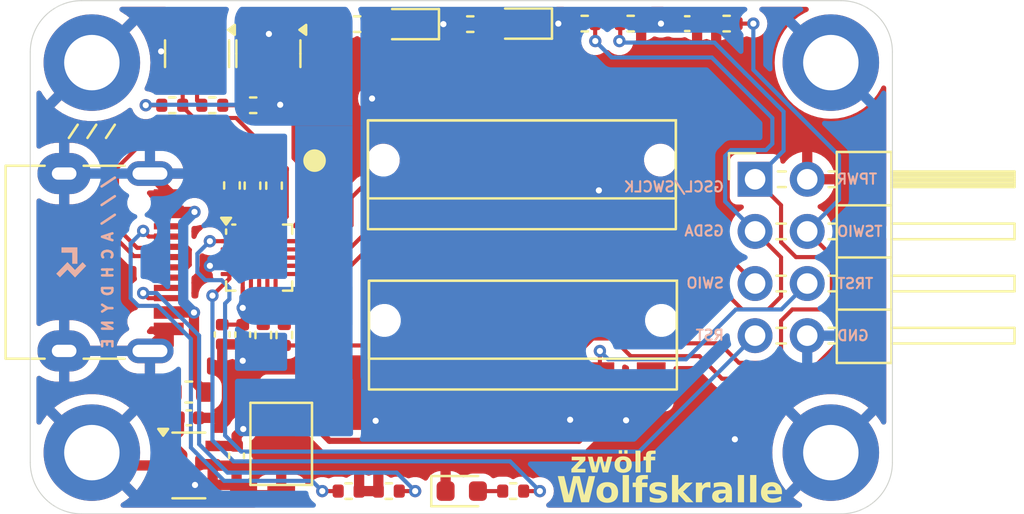
<source format=kicad_pcb>
(kicad_pcb (version 20240108) (generator "pcbnew") (generator_version "8.0")
  (layers (0 "F.Cu" signal) (31 "B.Cu" signal) (34 "B.Paste" user) (35 "F.Paste" user) (36 "B.SilkS" user "B.Silkscreen") (37 "F.SilkS" user "F.Silkscreen") (38 "B.Mask" user) (39 "F.Mask" user) (44 "Edge.Cuts" user))
  (net 0 "")
  (net 1 "/PWR3V3")
  (net 2 "GND")
  (net 3 "/PWR5V0")
  (net 4 "/USB_CONN_DP")
  (net 5 "/USB_CONN_DN")
  (net 6 "/USB_DN")
  (net 7 "/USB_DP")
  (net 8 "/USB_DN_PU")
  (net 9 "/RESET")
  (net 10 "/ZP4")
  (net 12 "/LED")
  (net 14 "Net-(D1-A)")
  (net 17 "/USB_CONN_CC2")
  (net 18 "/USB_CONN_CC1")
  (net 19 "/SWIO")
  (net 20 "/ZP3")
  (net 21 "/ZP1")
  (net 22 "/ZP2")
  (net 23 "/ZP12")
  (net 24 "/ZP9")
  (net 25 "/ZP8")
  (net 26 "/ZP7")
  (net 27 "/TPWRON")
  (net 28 "Net-(Q1-D)")
  (net 29 "Net-(Q2-G)")
  (net 30 "/TPWR")
  (net 31 "/TSWO")
  (net 32 "/TSWIO")
  (net 33 "/TSWI")
  (net 34 "/TRESET")
  (net 38 "Net-(D2-A)")
  (net 39 "Net-(D3-A)")
  (net 40 "/VBUS")
  (footprint "Fuse:Fuse_0603_1608Metric" (layer "F.Cu") (at 107.725 119.05 180)
    (property "Reference" "F1" (hide yes))
    (property "Value" "Fuse_Small_1A_TRIP" (hide yes))
  )
  (footprint "LD-CONNECTORS:SPRING-MALE-6P-TIGHTHOLES" (layer "F.Cu") (at 123.95 108.565 -90)
    (property "Reference" "J1" (hide yes))
    (property "Value" "Conn_01x06_Socket" (hide yes))
  )
  (footprint "Resistor_SMD:R_0402_1005Metric" (layer "F.Cu") (at 115.51 123.875 180)
    (property "Reference" "R4" (hide yes))
    (property "Value" "5K1" (hide yes))
  )
  (footprint "Resistor_SMD:R_0402_1005Metric" (layer "F.Cu") (at 106.915 105.078052 180)
    (property "Reference" "R9" (hide yes))
    (property "Value" "10K" (hide yes))
  )
  (footprint "Resistor_SMD:R_0402_1005Metric" (layer "F.Cu") (at 115.925 101.125 180)
    (property "Reference" "R13" (hide yes))
    (property "Value" "1K5" (hide yes))
  )
  (footprint "LD-CONNECTORS:USB_C_Receptacle_HRO_TYPE-C-31-M-12-BIG-PADS-PASTE" (layer "F.Cu") (at 102.7 112.725 -90)
    (property "Reference" "J3" (hide yes))
    (property "Value" "USB_C_Receptacle_USB2.0_14P" (hide yes))
  )
  (footprint "Package_TO_SOT_SMD:SOT-23" (layer "F.Cu") (at 108.125 102.565552 -90)
    (property "Reference" "Q1" (hide yes))
    (property "Value" "BSS138" (hide yes))
  )
  (footprint "LED_SMD:LED_0603_1608Metric" (layer "F.Cu") (at 118.425 101.125 180)
    (property "Reference" "D2" (hide yes))
    (property "Value" "LEDG" (hide yes))
  )
  (footprint "Resistor_SMD:R_0402_1005Metric" (layer "F.Cu") (at 109.825 108.985 -90)
    (property "Reference" "R5" (hide yes))
    (property "Value" "1K5" (hide yes))
  )
  (footprint "MountingHole:MountingHole_2.7mm_M2.5_DIN965_Pad" (layer "F.Cu") (at 139 122)
    (property "Reference" "H4" (hide yes))
    (property "Value" "MountingHole_Pad" (hide yes))
  )
  (footprint "Resistor_SMD:R_0402_1005Metric" (layer "F.Cu") (at 111.875 108.995 -90)
    (property "Reference" "R3" (hide yes))
    (property "Value" "33R" (hide yes))
  )
  (footprint "Capacitor_SMD:C_0402_1005Metric" (layer "F.Cu") (at 110.05 122.155 -90)
    (property "Reference" "C5" (hide yes))
    (property "Value" "1uF" (hide yes))
  )
  (footprint "Capacitor_SMD:C_0402_1005Metric" (layer "F.Cu") (at 132.005 101.1 180)
    (property "Reference" "C3" (hide yes))
    (property "Value" "10uF" (hide yes))
  )
  (footprint "MountingHole:MountingHole_2.7mm_M2.5_DIN965_Pad" (layer "F.Cu") (at 103 103)
    (property "Reference" "H1" (hide yes))
    (property "Value" "MountingHole_Pad" (hide yes))
  )
  (footprint "LD-SWITCH:Button_2P_3x4mm" (layer "F.Cu") (at 112.225 121.575 -90)
    (property "Reference" "SW1" (hide yes))
    (property "Value" "SW_Push" (hide yes))
  )
  (footprint "Capacitor_SMD:C_0402_1005Metric" (layer "F.Cu") (at 107.725 120.305)
    (property "Reference" "C4" (hide yes))
    (property "Value" "1uF" (hide yes))
  )
  (footprint "Resistor_SMD:R_0402_1005Metric" (layer "F.Cu") (at 127.01 101.1 180)
    (property "Reference" "R16" (hide yes))
    (property "Value" "10K" (hide yes))
  )
  (footprint "Resistor_SMD:R_0402_1005Metric" (layer "F.Cu") (at 123.525 123.875)
    (property "Reference" "R14" (hide yes))
    (property "Value" "1K5" (hide yes))
  )
  (footprint "Resistor_SMD:R_0402_1005Metric" (layer "F.Cu") (at 112.375 116.27 90)
    (property "Reference" "R8" (hide yes))
    (property "Value" "100R" (hide yes))
  )
  (footprint "Capacitor_SMD:C_0402_1005Metric" (layer "F.Cu") (at 110.35 116.25 -90)
    (property "Reference" "C1" (hide yes))
    (property "Value" "100nF" (hide yes))
  )
  (footprint "Resistor_SMD:R_0402_1005Metric" (layer "F.Cu") (at 110.825 108.995 -90)
    (property "Reference" "R2" (hide yes))
    (property "Value" "33R" (hide yes))
  )
  (footprint "Resistor_SMD:R_0402_1005Metric" (layer "F.Cu") (at 121.435 101.125 180)
    (property "Reference" "R1" (hide yes))
    (property "Value" "1K5" (hide yes))
  )
  (footprint "Resistor_SMD:R_0402_1005Metric" (layer "F.Cu") (at 117.465 123.875)
    (property "Reference" "R6" (hide yes))
    (property "Value" "5K1" (hide yes))
  )
  (footprint "MountingHole:MountingHole_2.7mm_M2.5_DIN965_Pad" (layer "F.Cu") (at 139 103)
    (property "Reference" "H3" (hide yes))
    (property "Value" "MountingHole_Pad" (hide yes))
  )
  (footprint "LED_SMD:LED_0603_1608Metric" (layer "F.Cu") (at 123.93 101.1 180)
    (property "Reference" "D1" (hide yes))
    (property "Value" "LEDB" (hide yes))
  )
  (footprint "LD-CONNECTORS:SPRING-MALE-6P-TIGHTHOLES" (layer "F.Cu") (at 124 116.375 -90)
    (property "Reference" "J4" (hide yes))
    (property "Value" "Conn_01x06_Socket" (hide yes))
  )
  (footprint "Package_TO_SOT_SMD:SOT-23" (layer "F.Cu") (at 111.6 102.565552 -90)
    (property "Reference" "Q2" (hide yes))
    (property "Value" "SI2301-HXY-P-CH" (hide yes))
  )
  (footprint "Resistor_SMD:R_0402_1005Metric" (layer "F.Cu") (at 133.925 101.1 180)
    (property "Reference" "R12" (hide yes))
    (property "Value" "5K1" (hide yes))
  )
  (footprint "LED_SMD:LED_0603_1608Metric" (layer "F.Cu") (at 121.02 123.875)
    (property "Reference" "D3" (hide yes))
    (property "Value" "LEDW" (hide yes))
  )
  (footprint "Resistor_SMD:R_0402_1005Metric" (layer "F.Cu") (at 108.865 105.078052)
    (property "Reference" "R10" (hide yes))
    (property "Value" "100" (hide yes))
  )
  (footprint "Capacitor_SMD:C_0402_1005Metric" (layer "F.Cu") (at 109.35 116.245 -90)
    (property "Reference" "C2" (hide yes))
    (property "Value" "10uF" (hide yes))
  )
  (footprint "MountingHole:MountingHole_2.7mm_M2.5_DIN965_Pad" (layer "F.Cu") (at 103 122)
    (property "Reference" "H2" (hide yes))
    (property "Value" "MountingHole_Pad" (hide yes))
  )
  (footprint "Resistor_SMD:R_0402_1005Metric" (layer "F.Cu") (at 129.25 101.1)
    (property "Reference" "R15" (hide yes))
    (property "Value" "10K" (hide yes))
  )
  (footprint "Resistor_SMD:R_0402_1005Metric" (layer "F.Cu") (at 110.86 105.078052)
    (property "Reference" "R11" (hide yes))
    (property "Value" "536" (hide yes))
  )
  (footprint "Package_DFN_QFN:QFN-20-1EP_3x3mm_P0.4mm_EP1.65x1.65mm" (layer "F.Cu") (at 111.15 112.5)
    (property "Reference" "U1" (hide yes))
    (property "Value" "CH32V003FxUx" (hide yes))
  )
  (footprint "Connector_PinHeader_2.54mm:PinHeader_2x04_P2.54mm_Horizontal" (layer "F.Cu") (at 135.31 108.6825)
    (property "Reference" "J2" (hide yes))
    (property "Value" "Conn_02x04_Odd_Even" (hide yes))
  )
  (footprint "Resistor_SMD:R_0402_1005Metric" (layer "F.Cu") (at 111.35 116.27 90)
    (property "Reference" "R7" (hide yes))
    (property "Value" "100R" (hide yes))
  )
  (footprint "Package_SO:TSOP-5_1.65x3.05mm_P0.95mm" (layer "F.Cu") (at 107.725 122.625)
    (property "Reference" "U2" (hide yes))
    (property "Value" "ME6211C33M5G-N" (hide yes))
  )
  (footprint "LD-LOGO:lonesemi-2mm" (layer "B.Cu") (at 102 112.725 -90)
    (property "Reference" "G***" (hide yes))
    (property "Value" "LOGO" (hide yes))
  )
  (gr_circle (center 113.85 107.775) (end 114.35 107.775) (stroke (width 0.1)) (fill solid) (layer "F.SilkS"))
  (gr_line (start 102.5 99.9825) (end 139.5 99.9825) (stroke (width 0.05)) (layer "Edge.Cuts"))
  (gr_arc (start 139.5 99.9825) (mid 141.267767 100.714733) (end 142 102.4825) (stroke (width 0.05)) (layer "Edge.Cuts"))
  (gr_line (start 139.5 124.9825) (end 102.5 124.9825) (stroke (width 0.05)) (layer "Edge.Cuts"))
  (gr_line (start 100 122.4825) (end 100 102.4825) (stroke (width 0.05)) (layer "Edge.Cuts"))
  (gr_arc (start 100 102.4825) (mid 100.732233 100.714733) (end 102.5 99.9825) (stroke (width 0.05)) (layer "Edge.Cuts"))
  (gr_arc (start 142 122.4825) (mid 141.267767 124.250267) (end 139.5 124.9825) (stroke (width 0.05)) (layer "Edge.Cuts"))
  (gr_arc (start 102.5 124.9825) (mid 100.732233 124.250267) (end 100 122.4825) (stroke (width 0.05)) (layer "Edge.Cuts"))
  (gr_line (start 142 102.4825) (end 142 122.4825) (stroke (width 0.05)) (layer "Edge.Cuts"))
  (gr_text "GSCL/SWCLK" (at 133.85 109.0525 0) (layer "B.SilkS") (effects (font (size 0.5 0.5) (thickness 0.1)) (justify left mirror)))
  (gr_text "TRST" (at 139.25 113.7625 0) (layer "B.SilkS") (effects (font (size 0.5 0.5) (thickness 0.1)) (justify right mirror)))
  (gr_text "GND" (at 139.25 116.3 0) (layer "B.SilkS") (effects (font (size 0.5 0.5) (thickness 0.1)) (justify right mirror)))
  (gr_text "RST" (at 133.85 116.28 0) (layer "B.SilkS") (effects (font (size 0.5 0.5) (thickness 0.1)) (justify left mirror)))
  (gr_text "TPWR" (at 139.225 108.675 0) (layer "B.SilkS") (effects (font (size 0.5 0.5) (thickness 0.1)) (justify right mirror)))
  (gr_text "/ / / A C H D Y N E" (at 103.775 112.734159 90) (layer "B.SilkS") (effects (font (size 0.5 0.5) (thickness 0.125) (bold yes)) (justify mirror)))
  (gr_text "GSDA" (at 133.85 111.2 0) (layer "B.SilkS") (effects (font (size 0.5 0.5) (thickness 0.1)) (justify left mirror)))
  (gr_text "SWIO" (at 133.85 113.74 0) (layer "B.SilkS") (effects (font (size 0.5 0.5) (thickness 0.1)) (justify left mirror)))
  (gr_text "TSWIO" (at 139.25 111.2225 0) (layer "B.SilkS") (effects (font (size 0.5 0.5) (thickness 0.1)) (justify right mirror)))
  (gr_text "Wolfskralle" (at 131.175 123.9 0) (layer "F.SilkS") (effects (font (size 1.25 1.25) (thickness 0.15) (bold yes))))
  (gr_text "zwölf" (at 128.375 122.55 0) (layer "F.SilkS") (effects (font (size 1 1))))
  (gr_text "/ / /" (at 103 106.325 0) (layer "F.SilkS") (effects (font (size 0.5 0.5) (thickness 0.125) (bold yes))))
  (segment (start 109.35 115.765) (end 110.345 115.765) (width 0.2) (layer "F.Cu") (net 1))
  (segment (start 111.625 101.603052) (end 111.625 100.975) (width 0.3) (layer "F.Cu") (net 1))
  (segment (start 111.6 101.628052) (end 111.625 101.603052) (width 0.3) (layer "F.Cu") (net 1))
  (segment (start 110.05 121.675) (end 108.885 121.675) (width 0.5) (layer "F.Cu") (net 1))
  (segment (start 105.628052 105.078052) (end 105.625 105.075) (width 0.2) (layer "F.Cu") (net 1))
  (segment (start 110.35 115.77) (end 110.35 114.95) (width 0.2) (layer "F.Cu") (net 1))
  (segment (start 110.35 113.95) (end 110.35 114.95) (width 0.2) (layer "F.Cu") (net 1))
  (segment (start 114.765 100.475) (end 115.415 101.125) (width 0.3) (layer "F.Cu") (net 1))
  (segment (start 110.05 121.175) (end 110.375 120.85) (width 0.5) (layer "F.Cu") (net 1))
  (segment (start 110.345 115.765) (end 110.35 115.77) (width 0.2) (layer "F.Cu") (net 1))
  (segment (start 110.05 121.675) (end 110.05 121.175) (width 0.5) (layer "F.Cu") (net 1))
  (segment (start 111.37 105.078052) (end 112.15 105.078052) (width 0.5) (layer "F.Cu") (net 1))
  (segment (start 111.625 100.975) (end 112.125 100.475) (width 0.3) (layer "F.Cu") (net 1))
  (segment (start 106.405 105.078052) (end 105.628052 105.078052) (width 0.2) (layer "F.Cu") (net 1))
  (segment (start 112.15 105.078052) (end 112.175 105.053052) (width 0.5) (layer "F.Cu") (net 1))
  (segment (start 112.125 100.475) (end 114.765 100.475) (width 0.3) (layer "F.Cu") (net 1))
  (segment (start 110.65 101.628052) (end 111.6 101.628052) (width 0.3) (layer "F.Cu") (net 1))
  (via (at 111.625 101.603052) (size 0.6) (drill 0.3) (layers "F.Cu" "B.Cu") (net 1))
  (via (at 112.175 105.053052) (size 0.6) (drill 0.3) (layers "F.Cu" "B.Cu") (net 1))
  (via (at 110.35 114.95) (size 0.6) (drill 0.3) (layers "F.Cu" "B.Cu") (net 1))
  (via (at 105.625 105.075) (size 0.6) (drill 0.3) (layers "F.Cu" "B.Cu") (net 1))
  (via (at 110.375 120.85) (size 0.6) (drill 0.3) (layers "F.Cu" "B.Cu") (net 1))
  (segment (start 105.646948 105.053052) (end 105.625 105.075) (width 0.2) (layer "B.Cu") (net 1))
  (segment (start 112.175 105.053052) (end 105.646948 105.053052) (width 0.2) (layer "B.Cu") (net 1))
  (segment (start 103.625 122.625) (end 106.565 122.625) (width 0.5) (layer "F.Cu") (net 2))
  (segment (start 124.7175 101.1) (end 125.725 101.1) (width 0.2) (layer "F.Cu") (net 2))
  (segment (start 131.525 101.1) (end 130.725 101.1) (width 0.5) (layer "F.Cu") (net 2))
  (segment (start 107.175 101.628052) (end 107.175 101.653052) (width 0.2) (layer "F.Cu") (net 2))
  (segment (start 103 122) (end 103.625 122.625) (width 0.5) (layer "F.Cu") (net 2))
  (segment (start 107.175 101.653052) (end 106.375 102.453052) (width 0.2) (layer "F.Cu") (net 2))
  (segment (start 106.745 109.32) (end 105.83 108.405) (width 0.5) (layer "F.Cu") (net 2))
  (segment (start 103.33 121.67) (end 103 122) (width 0.5) (layer "F.Cu") (net 2))
  (segment (start 108.75 112.9) (end 109.7 112.9) (width 0.2) (layer "F.Cu") (net 2))
  (segment (start 105.83 117.045) (end 105.83 116.89) (width 0.5) (layer "F.Cu") (net 2))
  (segment (start 110.75 112.9) (end 111.15 112.5) (width 0.2) (layer "F.Cu") (net 2))
  (segment (start 127.7 110.79) (end 127.7 109.225) (width 0.5) (layer "F.Cu") (net 2))
  (segment (start 119.2125 101.125) (end 120.125 101.125) (width 0.3) (layer "F.Cu") (net 2))
  (segment (start 109.7 112.9) (end 110.75 112.9) (width 0.2) (layer "F.Cu") (net 2))
  (segment (start 105.83 116.89) (end 106.745 115.975) (width 0.5) (layer "F.Cu") (net 2))
  (segment (start 106.745 109.475) (end 106.745 109.32) (width 0.5) (layer "F.Cu") (net 2))
  (via (at 130.725 101.1) (size 0.6) (drill 0.3) (layers "F.Cu" "B.Cu") (net 2))
  (via (at 110.35 117.525) (size 0.6) (drill 0.3) (layers "F.Cu" "B.Cu") (net 2))
  (via (at 120.125 101.125) (size 0.6) (drill 0.3) (layers "F.Cu" "B.Cu") (net 2))
  (via (at 116.825 120.45) (size 0.6) (drill 0.3) (layers "F.Cu" "B.Cu") (net 2))
  (via (at 129.025 120.425) (size 0.6) (drill 0.3) (layers "F.Cu" "B.Cu") (net 2))
  (via (at 108.75 112.9) (size 0.6) (drill 0.3) (layers "F.Cu" "B.Cu") (net 2))
  (via (at 106.375 102.453052) (size 0.6) (drill 0.3) (layers "F.Cu" "B.Cu") (net 2))
  (via (at 108.025 123.575) (size 0.6) (drill 0.3) (layers "F.Cu" "B.Cu") (net 2))
  (via (at 127.7 109.225) (size 0.6) (drill 0.3) (layers "F.Cu" "B.Cu") (net 2))
  (via (at 126.3 120.4) (size 0.6) (drill 0.3) (layers "F.Cu" "B.Cu") (net 2))
  (via (at 116.65 104.75) (size 0.6) (drill 0.3) (layers "F.Cu" "B.Cu") (net 2))
  (via (at 125.725 101.1) (size 0.6) (drill 0.3) (layers "F.Cu" "B.Cu") (net 2))
  (via (at 134.325 121.35) (size 0.6) (drill 0.3) (layers "F.Cu" "B.Cu") (net 2))
  (segment (start 106.975 121.675) (end 107.4 122.1) (width 0.5) (layer "F.Cu") (net 3))
  (segment (start 106.9375 119.05) (end 106.9375 119.9975) (width 0.5) (layer "F.Cu") (net 3))
  (segment (start 107.245 120.995) (end 106.565 121.675) (width 0.5) (layer "F.Cu") (net 3))
  (segment (start 107.245 120.305) (end 107.245 120.995) (width 0.5) (layer "F.Cu") (net 3))
  (segment (start 106.950197 123.575) (end 106.565 123.575) (width 0.5) (layer "F.Cu") (net 3))
  (segment (start 106.565 121.675) (end 106.975 121.675) (width 0.5) (layer "F.Cu") (net 3))
  (segment (start 107.4 123.125197) (end 106.950197 123.575) (width 0.5) (layer "F.Cu") (net 3))
  (segment (start 106.9375 119.9975) (end 107.245 120.305) (width 0.5) (layer "F.Cu") (net 3))
  (segment (start 107.4 122.1) (end 107.4 123.125197) (width 0.5) (layer "F.Cu") (net 3))
  (segment (start 105.042156 112.425) (end 105.607499 112.425) (width 0.2) (layer "F.Cu") (net 4))
  (segment (start 105.657499 112.475) (end 106.745 112.475) (width 0.2) (layer "F.Cu") (net 4))
  (segment (start 103.825 111.207844) (end 105.042156 112.425) (width 0.2) (layer "F.Cu") (net 4))
  (segment (start 105.77 113.475) (end 105.657499 113.362499) (width 0.2) (layer "F.Cu") (net 4))
  (segment (start 105.657499 113.362499) (end 105.657499 112.475) (width 0.2) (layer "F.Cu") (net 4))
  (segment (start 106.745 113.475) (end 105.77 113.475) (width 0.2) (layer "F.Cu") (net 4))
  (segment (start 109.915 106.525) (end 105.267156 106.525) (width 0.2) (layer "F.Cu") (net 4))
  (segment (start 103.825 107.967156) (end 103.825 111.207844) (width 0.2) (layer "F.Cu") (net 4))
  (segment (start 111.875 108.485) (end 109.915 106.525) (width 0.2) (layer "F.Cu") (net 4))
  (segment (start 105.607499 112.425) (end 105.657499 112.475) (width 0.2) (layer "F.Cu") (net 4))
  (segment (start 105.267156 106.525) (end 103.825 107.967156) (width 0.2) (layer "F.Cu") (net 4))
  (segment (start 105.607499 112.025) (end 105.657499 111.975) (width 0.2) (layer "F.Cu") (net 5))
  (segment (start 110.825 108.000686) (end 109.749314 106.925) (width 0.2) (layer "F.Cu") (net 5))
  (segment (start 107.77 112.855) (end 107.65 112.975) (width 0.2) (layer "F.Cu") (net 5))
  (segment (start 110.825 108.485) (end 110.825 108.000686) (width 0.2) (layer "F.Cu") (net 5))
  (segment (start 107.65 112.975) (end 106.745 112.975) (width 0.2) (layer "F.Cu") (net 5))
  (segment (start 105.657499 111.975) (end 106.745 111.975) (width 0.2) (layer "F.Cu") (net 5))
  (segment (start 104.225 108.132844) (end 104.225 111.042156) (width 0.2) (layer "F.Cu") (net 5))
  (segment (start 107.625 111.975) (end 107.775 112.125) (width 0.2) (layer "F.Cu") (net 5))
  (segment (start 109.749314 106.925) (end 105.432844 106.925) (width 0.2) (layer "F.Cu") (net 5))
  (segment (start 107.77 112.13) (end 107.77 112.855) (width 0.2) (layer "F.Cu") (net 5))
  (segment (start 105.432844 106.925) (end 104.225 108.132844) (width 0.2) (layer "F.Cu") (net 5))
  (segment (start 106.745 111.975) (end 107.625 111.975) (width 0.2) (layer "F.Cu") (net 5))
  (segment (start 104.225 111.042156) (end 105.207844 112.025) (width 0.2) (layer "F.Cu") (net 5))
  (segment (start 105.207844 112.025) (end 105.607499 112.025) (width 0.2) (layer "F.Cu") (net 5))
  (segment (start 107.775 112.125) (end 107.77 112.13) (width 0.2) (layer "F.Cu") (net 5))
  (segment (start 109.825 108.475) (end 109.825 108.505) (width 0.2) (layer "F.Cu") (net 6))
  (segment (start 111.15 111.05) (end 111.15 110.310001) (width 0.2) (layer "F.Cu") (net 6))
  (segment (start 110.825 109.985001) (end 110.825 109.505) (width 0.2) (layer "F.Cu") (net 6))
  (segment (start 111.15 110.310001) (end 110.825 109.985001) (width 0.2) (layer "F.Cu") (net 6))
  (segment (start 109.825 108.505) (end 110.825 109.505) (width 0.2) (layer "F.Cu") (net 6))
  (segment (start 111.875 109.985001) (end 111.875 109.505) (width 0.2) (layer "F.Cu") (net 7))
  (segment (start 111.55 110.310001) (end 111.875 109.985001) (width 0.2) (layer "F.Cu") (net 7))
  (segment (start 111.55 111.05) (end 111.55 110.310001) (width 0.2) (layer "F.Cu") (net 7))
  (segment (start 110.75 111.05) (end 110.75 110.52864) (width 0.2) (layer "F.Cu") (net 8))
  (segment (start 110.75 110.52864) (end 109.825 109.60364) (width 0.2) (layer "F.Cu") (net 8))
  (segment (start 109.825 109.60364) (end 109.825 109.495) (width 0.2) (layer "F.Cu") (net 8))
  (segment (start 109.7 111.7) (end 108.75 111.7) (width 0.2) (layer "F.Cu") (net 9))
  (via (at 108.75 111.7) (size 0.6) (drill 0.3) (layers "F.Cu" "B.Cu") (net 9))
  (segment (start 109.49 121.165) (end 110.275 121.95) (width 0.2) (layer "B.Cu") (net 9))
  (segment (start 108.14 112.31) (end 108.14 113.215) (width 0.2) (layer "B.Cu") (net 9))
  (segment (start 108.75 111.7) (end 108.14 112.31) (width 0.2) (layer "B.Cu") (net 9))
  (segment (start 109.325 113.6) (end 109.7 113.975) (width 0.2) (layer "B.Cu") (net 9))
  (segment (start 109.49 114.735) (end 109.49 121.165) (width 0.2) (layer "B.Cu") (net 9))
  (segment (start 108.14 113.215) (end 108.525 113.6) (width 0.2) (layer "B.Cu") (net 9))
  (segment (start 110.275 121.95) (end 129.6625 121.95) (width 0.2) (layer "B.Cu") (net 9))
  (segment (start 109.7 113.975) (end 109.7 114.525) (width 0.2) (layer "B.Cu") (net 9))
  (segment (start 108.525 113.6) (end 109.325 113.6) (width 0.2) (layer "B.Cu") (net 9))
  (segment (start 109.7 114.525) (end 109.49 114.735) (width 0.2) (layer "B.Cu") (net 9))
  (segment (start 129.6625 121.95) (end 135.31 116.3025) (width 0.2) (layer "B.Cu") (net 9))
  (segment (start 124.035 123.875) (end 124.825 123.875) (width 0.2) (layer "F.Cu") (net 12))
  (segment (start 109.7 113.3) (end 109.7 113.525) (width 0.2) (layer "F.Cu") (net 12))
  (segment (start 109.7 113.525) (end 108.875 114.35) (width 0.2) (layer "F.Cu") (net 12))
  (via (at 108.875 114.35) (size 0.6) (drill 0.3) (layers "F.Cu" "B.Cu") (net 12))
  (via (at 124.825 123.875) (size 0.6) (drill 0.3) (layers "F.Cu" "B.Cu") (net 12))
  (segment (start 123.375 122.425) (end 124.825 123.875) (width 0.2) (layer "B.Cu") (net 12))
  (segment (start 109.9 122.425) (end 123.375 122.425) (width 0.2) (layer "B.Cu") (net 12))
  (segment (start 108.875 121.4) (end 109.9 122.425) (width 0.2) (layer "B.Cu") (net 12))
  (segment (start 108.875 114.35) (end 108.875 121.4) (width 0.2) (layer "B.Cu") (net 12))
  (segment (start 123.0075 101.1) (end 122.9825 101.125) (width 0.2) (layer "F.Cu") (net 14))
  (segment (start 123.1175 101.125) (end 123.1425 101.1) (width 0.2) (layer "F.Cu") (net 14))
  (segment (start 121.945 101.125) (end 123.1175 101.125) (width 0.2) (layer "F.Cu") (net 14))
  (segment (start 106.745 114.475) (end 105.75 114.475) (width 0.2) (layer "F.Cu") (net 17))
  (segment (start 117.975 123.875) (end 118.75 123.875) (width 0.2) (layer "F.Cu") (net 17))
  (segment (start 105.75 114.475) (end 105.5 114.225) (width 0.2) (layer "F.Cu") (net 17))
  (via (at 118.75 123.875) (size 0.6) (drill 0.3) (layers "F.Cu" "B.Cu") (net 17))
  (via (at 105.5 114.225) (size 0.6) (drill 0.3) (layers "F.Cu" "B.Cu") (net 17))
  (segment (start 105.5 114.225) (end 106.15 114.225) (width 0.2) (layer "B.Cu") (net 17))
  (segment (start 109.609314 122.975) (end 117.85 122.975) (width 0.2) (layer "B.Cu") (net 17))
  (segment (start 108.225 121.590686) (end 109.609314 122.975) (width 0.2) (layer "B.Cu") (net 17))
  (segment (start 117.85 122.975) (end 118.75 123.875) (width 0.2) (layer "B.Cu") (net 17))
  (segment (start 108.225 116.3) (end 108.225 121.590686) (width 0.2) (layer "B.Cu") (net 17))
  (segment (start 106.15 114.225) (end 108.225 116.3) (width 0.2) (layer "B.Cu") (net 17))
  (segment (start 105.775 111.475) (end 105.5 111.2) (width 0.2) (layer "F.Cu") (net 18))
  (segment (start 115 123.875) (end 114.225 123.875) (width 0.2) (layer "F.Cu") (net 18))
  (segment (start 106.745 111.475) (end 105.775 111.475) (width 0.2) (layer "F.Cu") (net 18))
  (via (at 105.5 111.2) (size 0.6) (drill 0.3) (layers "F.Cu" "B.Cu") (net 18))
  (via (at 114.225 123.875) (size 0.6) (drill 0.3) (layers "F.Cu" "B.Cu") (net 18))
  (segment (start 106.209314 114.85) (end 107.825 116.465686) (width 0.2) (layer "B.Cu") (net 18))
  (segment (start 108.059315 121.990686) (end 109.443629 123.375) (width 0.2) (layer "B.Cu") (net 18))
  (segment (start 105.5 111.2) (end 104.89 111.81) (width 0.2) (layer "B.Cu") (net 18))
  (segment (start 105.262329 114.85) (end 106.209314 114.85) (width 0.2) (layer "B.Cu") (net 18))
  (segment (start 104.89 111.81) (end 104.89 114.477671) (width 0.2) (layer "B.Cu") (net 18))
  (segment (start 104.89 114.477671) (end 105.262329 114.85) (width 0.2) (layer "B.Cu") (net 18))
  (segment (start 107.825 121.756372) (end 108.059315 121.990686) (width 0.2) (layer "B.Cu") (net 18))
  (segment (start 109.443629 123.375) (end 113.725 123.375) (width 0.2) (layer "B.Cu") (net 18))
  (segment (start 107.825 116.465686) (end 107.825 121.756372) (width 0.2) (layer "B.Cu") (net 18))
  (segment (start 113.725 123.375) (end 114.225 123.875) (width 0.2) (layer "B.Cu") (net 18))
  (segment (start 115.65 109.575) (end 116.225 109) (width 0.2) (layer "F.Cu") (net 19))
  (segment (start 112.6 111.7) (end 114.875 111.7) (width 0.2) (layer "F.Cu") (net 19))
  (segment (start 116.225 109) (end 123.21 109) (width 0.2) (layer "F.Cu") (net 19))
  (segment (start 115.65 110.925) (end 115.65 109.575) (width 0.2) (layer "F.Cu") (net 19))
  (segment (start 123.21 109) (end 123.95 109.74) (width 0.2) (layer "F.Cu") (net 19))
  (segment (start 114.875 111.7) (end 115.65 110.925) (width 0.2) (layer "F.Cu") (net 19))
  (segment (start 133.7725 112.225) (end 135.31 113.7625) (width 0.2) (layer "F.Cu") (net 19))
  (segment (start 124.335 112.225) (end 133.7725 112.225) (width 0.2) (layer "F.Cu") (net 19))
  (segment (start 123.95 111.84) (end 124.335 112.225) (width 0.2) (layer "F.Cu") (net 19))
  (segment (start 123.95 109.74) (end 123.95 111.84) (width 0.2) (layer "F.Cu") (net 19))
  (segment (start 135.925 117.625) (end 136.575 116.975) (width 0.2) (layer "F.Cu") (net 21))
  (segment (start 136.575 109.9475) (end 135.31 108.6825) (width 0.2) (layer "F.Cu") (net 21))
  (segment (start 115.615 112.9) (end 117.7 110.815) (width 0.2) (layer "F.Cu") (net 21))
  (segment (start 128.9 115.6) (end 129.975 116.675) (width 0.2) (layer "F.Cu") (net 21))
  (segment (start 136.575 115.575) (end 137.125 115.025) (width 0.2) (layer "F.Cu") (net 21))
  (segment (start 137.125 115.025) (end 138.525 115.025) (width 0.2) (layer "F.Cu") (net 21))
  (segment (start 138.525 115.025) (end 139.05 114.5) (width 0.2) (layer "F.Cu") (net 21))
  (segment (start 122.485 115.6) (end 128.9 115.6) (width 0.2) (layer "F.Cu") (net 21))
  (segment (start 112.6 112.9) (end 115.615 112.9) (width 0.2) (layer "F.Cu") (net 21))
  (segment (start 139.05 113.075) (end 138.45 112.475) (width 0.2) (layer "F.Cu") (net 21))
  (segment (start 133.575 116.675) (end 134.525 117.625) (width 0.2) (layer "F.Cu") (net 21))
  (segment (start 136.575 111.75) (end 136.575 109.9475) (width 0.2) (layer "F.Cu") (net 21))
  (segment (start 128.74 101.1) (end 128.74 101.91) (width 0.2) (layer "F.Cu") (net 21))
  (segment (start 128.74 101.91) (end 128.7 101.95) (width 0.2) (layer "F.Cu") (net 21))
  (segment (start 137.3 112.475) (end 136.575 111.75) (width 0.2) (layer "F.Cu") (net 21))
  (segment (start 129.975 116.675) (end 133.575 116.675) (width 0.2) (layer "F.Cu") (net 21))
  (segment (start 134.525 117.625) (end 135.925 117.625) (width 0.2) (layer "F.Cu") (net 21))
  (segment (start 138.45 112.475) (end 137.3 112.475) (width 0.2) (layer "F.Cu") (net 21))
  (segment (start 136.575 116.975) (end 136.575 115.575) (width 0.2) (layer "F.Cu") (net 21))
  (segment (start 117.7 110.815) (end 122.485 115.6) (width 0.2) (layer "F.Cu") (net 21))
  (segment (start 139.05 114.5) (end 139.05 113.075) (width 0.2) (layer "F.Cu") (net 21))
  (via (at 128.7 101.95) (size 0.6) (drill 0.3) (layers "F.Cu" "B.Cu") (net 21))
  (segment (start 136.7 105.390686) (end 136.404657 105.095343) (width 0.2) (layer "B.Cu") (net 21))
  (segment (start 134.825 103.515686) (end 134.825 103.515685) (width 0.2) (layer "B.Cu") (net 21))
  (segment (start 135.865 104.555685) (end 135.659315 104.35) (width 0.2) (layer "B.Cu") (net 21))
  (segment (start 128.775 102.025) (end 128.7 101.95) (width 0.2) (layer "B.Cu") (net 21))
  (segment (start 133.334315 102.025) (end 128.775 102.025) (width 0.2) (layer "B.Cu") (net 21))
  (segment (start 134.825 103.515685) (end 133.334315 102.025) (width 0.2) (layer "B.Cu") (net 21))
  (segment (start 135.659315 104.35) (end 134.825 103.515686) (width 0.2) (layer "B.Cu") (net 21))
  (segment (start 136.7 107.2925) (end 136.7 105.390686) (width 0.2) (layer "B.Cu") (net 21))
  (segment (start 136.404657 105.095343) (end 135.865 104.555685) (width 0.2) (layer "B.Cu") (net 21))
  (segment (start 135.31 108.6825) (end 136.7 107.2925) (width 0.2) (layer "B.Cu") (net 21))
  (segment (start 112.6 112.5) (end 115.125 112.5) (width 0.2) (layer "F.Cu") (net 22))
  (segment (start 127.52 101.945) (end 127.525 101.95) (width 0.2) (layer "F.Cu") (net 22))
  (segment (start 116.625 109.4) (end 118.785 109.4) (width 0.2) (layer "F.Cu") (net 22))
  (segment (start 127.52 101.1) (end 127.52 101.945) (width 0.2) (layer "F.Cu") (net 22))
  (segment (start 120.2 110.815) (end 122.11 112.725) (width 0.2) (layer "F.Cu") (net 22))
  (segment (start 132.375 112.725) (end 134.675 115.025) (width 0.2) (layer "F.Cu") (net 22))
  (segment (start 116.3 111.325) (end 116.3 109.725) (width 0.2) (layer "F.Cu") (net 22))
  (segment (start 122.11 112.725) (end 132.375 112.725) (width 0.2) (layer "F.Cu") (net 22))
  (segment (start 134.675 115.025) (end 135.95 115.025) (width 0.2) (layer "F.Cu") (net 22))
  (segment (start 136.575 112.4875) (end 135.31 111.2225) (width 0.2) (layer "F.Cu") (net 22))
  (segment (start 136.575 114.4) (end 136.575 112.4875) (width 0.2) (layer "F.Cu") (net 22))
  (segment (start 135.95 115.025) (end 136.575 114.4) (width 0.2) (layer "F.Cu") (net 22))
  (segment (start 115.125 112.5) (end 116.3 111.325) (width 0.2) (layer "F.Cu") (net 22))
  (segment (start 116.3 109.725) (end 116.625 109.4) (width 0.2) (layer "F.Cu") (net 22))
  (segment (start 118.785 109.4) (end 120.2 110.815) (width 0.2) (layer "F.Cu") (net 22))
  (via (at 127.525 101.95) (size 0.6) (drill 0.3) (layers "F.Cu" "B.Cu") (net 22))
  (segment (start 133.85 107.55) (end 134.14 107.26) (width 0.2) (layer "B.Cu") (net 22))
  (segment (start 135.84 107.26) (end 136.15 106.95) (width 0.2) (layer "B.Cu") (net 22))
  (segment (start 136.15 105.7) (end 133.2 102.75) (width 0.2) (layer "B.Cu") (net 22))
  (segment (start 133.85 109.7625) (end 133.85 107.55) (width 0.2) (layer "B.Cu") (net 22))
  (segment (start 135.31 111.2225) (end 133.85 109.7625) (width 0.2) (layer "B.Cu") (net 22))
  (segment (start 134.14 107.26) (end 135.84 107.26) (width 0.2) (layer "B.Cu") (net 22))
  (segment (start 133.2 102.75) (end 128.325 102.75) (width 0.2) (layer "B.Cu") (net 22))
  (segment (start 128.325 102.75) (end 127.525 101.95) (width 0.2) (layer "B.Cu") (net 22))
  (segment (start 136.15 106.95) (end 136.15 105.7) (width 0.2) (layer "B.Cu") (net 22))
  (segment (start 112.495 108.166076) (end 112.495 108.225) (width 0.2) (layer "F.Cu") (net 27))
  (segment (start 112.495 110.505) (end 112.495 108.225) (width 0.2) (layer "F.Cu") (net 27))
  (segment (start 107.425 105.078052) (end 107.425 105.153052) (width 0.2) (layer "F.Cu") (net 27))
  (segment (start 111.95 111.05) (end 112.495 110.505) (width 0.2) (layer "F.Cu") (net 27))
  (segment (start 108.621948 101.628052) (end 109.075 101.628052) (width 0.2) (layer "F.Cu") (net 27))
  (segment (start 108.621948 101.628052) (end 107.425 102.825) (width 0.2) (layer "F.Cu") (net 27))
  (segment (start 107.425 105.153052) (end 107.97 105.698052) (width 0.2) (layer "F.Cu") (net 27))
  (segment (start 110.026976 105.698052) (end 112.495 108.166076) (width 0.2) (layer "F.Cu") (net 27))
  (segment (start 107.425 102.825) (end 107.425 105.078052) (width 0.2) (layer "F.Cu") (net 27))
  (segment (start 107.97 105.698052) (end 110.026976 105.698052) (width 0.2) (layer "F.Cu") (net 27))
  (segment (start 112.495 108.225) (end 112.495 108.145) (width 0.2) (layer "F.Cu") (net 27))
  (segment (start 108.125 103.503052) (end 108.125 104.848052) (width 0.2) (layer "F.Cu") (net 28))
  (segment (start 108.125 104.848052) (end 108.355 105.078052) (width 0.2) (layer "F.Cu") (net 28))
  (segment (start 109.375 105.078052) (end 110.35 105.078052) (width 0.2) (layer "F.Cu") (net 29))
  (segment (start 111.825 102.353052) (end 112.55 101.628052) (width 0.2) (layer "F.Cu") (net 29))
  (segment (start 111.371948 102.353052) (end 111.825 102.353052) (width 0.2) (layer "F.Cu") (net 29))
  (segment (start 110.35 105.078052) (end 110.35 103.375) (width 0.2) (layer "F.Cu") (net 29))
  (segment (start 110.35 103.375) (end 111.371948 102.353052) (width 0.2) (layer "F.Cu") (net 29))
  (segment (start 111.15 113.95) (end 111.15 115.56) (width 0.2) (layer "F.Cu") (net 31))
  (segment (start 111.15 115.56) (end 111.35 115.76) (width 0.2) (layer "F.Cu") (net 31))
  (segment (start 132.6 117.3) (end 133.7 118.4) (width 0.2) (layer "F.Cu") (net 32))
  (segment (start 129.25 117.3) (end 132.6 117.3) (width 0.2) (layer "F.Cu") (net 32))
  (segment (start 112.375 116.78) (end 123.43 116.78) (width 0.2) (layer "F.Cu") (net 32))
  (segment (start 123.43 116.78) (end 125.25 118.6) (width 0.2) (layer "F.Cu") (net 32))
  (segment (start 139.475 116.55) (end 139.475 112.8475) (width 0.2) (layer "F.Cu") (net 32))
  (segment (start 125.25 118.6) (end 127.41 116.44) (width 0.2) (layer "F.Cu") (net 32))
  (segment (start 127.41 116.44) (end 128.39 116.44) (width 0.2) (layer "F.Cu") (net 32))
  (segment (start 139.475 112.8475) (end 137.85 111.2225) (width 0.2) (layer "F.Cu") (net 32))
  (segment (start 134.435 101.1) (end 135.225 101.1) (width 0.2) (layer "F.Cu") (net 32))
  (segment (start 133.7 118.4) (end 137.625 118.4) (width 0.2) (layer "F.Cu") (net 32))
  (segment (start 128.39 116.44) (end 129.25 117.3) (width 0.2) (layer "F.Cu") (net 32))
  (segment (start 137.625 118.4) (end 139.475 116.55) (width 0.2) (layer "F.Cu") (net 32))
  (segment (start 111.35 116.78) (end 112.375 116.78) (width 0.2) (layer "F.Cu") (net 32))
  (via (at 135.225 101.1) (size 0.6) (drill 0.3) (layers "F.Cu" "B.Cu") (net 32))
  (segment (start 139.4 107.525) (end 139.4 109.6725) (width 0.2) (layer "B.Cu") (net 32))
  (segment (start 135.225 103.35) (end 139.4 107.525) (width 0.2) (layer "B.Cu") (net 32))
  (segment (start 139.4 109.6725) (end 137.85 111.2225) (width 0.2) (layer "B.Cu") (net 32))
  (segment (start 135.225 101.1) (end 135.225 103.35) (width 0.2) (layer "B.Cu") (net 32))
  (segment (start 111.55 114.935) (end 112.375 115.76) (width 0.2) (layer "F.Cu") (net 33))
  (segment (start 111.55 113.95) (end 111.55 114.935) (width 0.2) (layer "F.Cu") (net 33))
  (segment (start 112.225 119.075) (end 114.575 121.425) (width 0.3) (layer "F.Cu") (net 34))
  (segment (start 114.575 121.425) (end 126.725 121.425) (width 0.3) (layer "F.Cu") (net 34))
  (segment (start 127.75 118.6) (end 127.75 117.05) (width 0.2) (layer "F.Cu") (net 34))
  (segment (start 126.725 121.425) (end 127.75 120.4) (width 0.3) (layer "F.Cu") (net 34))
  (segment (start 127.75 120.4) (end 127.75 118.6) (width 0.3) (layer "F.Cu") (net 34))
  (via (at 127.75 117.05) (size 0.6) (drill 0.3) (layers "F.Cu" "B.Cu") (net 34))
  (segment (start 131.9475 117.4525) (end 134.375 115.025) (width 0.2) (layer "B.Cu") (net 34))
  (segment (start 128.1525 117.4525) (end 131.9475 117.4525) (width 0.2) (layer "B.Cu") (net 34))
  (segment (start 127.75 117.05) (end 128.1525 117.4525) (width 0.2) (layer "B.Cu") (net 34))
  (segment (start 136.5875 115.025) (end 137.85 113.7625) (width 0.2) (layer "B.Cu") (net 34))
  (segment (start 134.375 115.025) (end 136.5875 115.025) (width 0.2) (layer "B.Cu") (net 34))
  (segment (start 116.435 101.125) (end 117.6375 101.125) (width 0.2) (layer "F.Cu") (net 38))
  (segment (start 121.8075 123.875) (end 123.015 123.875) (width 0.2) (layer "F.Cu") (net 39))
  (segment (start 107.975 118.5125) (end 108.5125 119.05) (width 0.5) (layer "F.Cu") (net 40))
  (segment (start 106.745 115.175) (end 107.975 115.175) (width 0.5) (layer "F.Cu") (net 40))
  (segment (start 106.745 110.275) (end 108 110.275) (width 0.5) (layer "F.Cu") (net 40))
  (segment (start 107.975 115.175) (end 107.975 118.5125) (width 0.5) (layer "F.Cu") (net 40))
  (via (at 107.975 115.175) (size 0.6) (drill 0.3) (layers "F.Cu" "B.Cu") (net 40))
  (via (at 108 110.275) (size 0.6) (drill 0.3) (layers "F.Cu" "B.Cu") (net 40))
  (segment (start 107.45 114.65) (end 107.975 115.175) (width 0.5) (layer "B.Cu") (net 40))
  (segment (start 107.45 110.825) (end 107.45 114.65) (width 0.5) (layer "B.Cu") (net 40))
  (segment (start 108 110.275) (end 107.45 110.825) (width 0.5) (layer "B.Cu") (net 40))
  (zone (net 30) (net_name "/TPWR") (layer "F.Cu") (priority 2) (connect_pads (clearance 0.381)) (min_thickness 0.25) (fill yes (thermal_gap 0.5) (thermal_bridge_width 0.5))
    (polygon (pts (xy 110.75 104.475) (xy 110.75 102.4) (xy 114.05 102.4) (xy 114.05 104.475)))
  )
  (zone (net 30) (net_name "/TPWR") (layer "F.Cu") (priority 2) (connect_pads (clearance 0.381)) (min_thickness 0.25) (fill yes (thermal_gap 0.5) (thermal_bridge_width 0.5))
    (polygon (pts (xy 112.725 111.075) (xy 112.725 100.025) (xy 142 100.025) (xy 142 111.075)))
  )
  (zone (net 2) (net_name "GND") (layers "F.Cu" "B.Cu") (connect_pads (clearance 0.381)) (min_thickness 0.25) (fill yes (thermal_gap 0.5) (thermal_bridge_width 0.5))
    (polygon (pts (xy 100 100) (xy 142 100) (xy 142 125) (xy 100 125)))
  )
  (zone (net 1) (net_name "/PWR3V3") (layer "B.Cu") (priority 2) (connect_pads (clearance 0.381)) (min_thickness 0.25) (fill yes (thermal_gap 0.5) (thermal_bridge_width 0.5) (smoothing fillet) (radius 1))
    (polygon (pts (xy 115.7 106.075) (xy 109.95 106.075) (xy 109.95 99.95) (xy 115.7 99.95)))
  )
  (zone (net 1) (net_name "/PWR3V3") (layer "B.Cu") (priority 1) (connect_pads (clearance 0.381)) (min_thickness 0.25) (fill yes (thermal_gap 0.5) (thermal_bridge_width 0.5))
    (polygon (pts (xy 109.275 121.2) (xy 109.275 118.4) (xy 115.725 118.4) (xy 115.725 121.2)))
  )
  (zone (net 1) (net_name "/PWR3V3") (layer "B.Cu") (priority 1) (connect_pads (clearance 0.381)) (min_thickness 0.25) (fill yes (thermal_gap 0.5) (thermal_bridge_width 0.5) (smoothing fillet) (radius 1))
    (polygon (pts (xy 112.9 99.975) (xy 115.7 99.975) (xy 115.7 121.2) (xy 112.9 121.2)))
  )
  (zone (net 1) (net_name "/PWR3V3") (layer "B.Cu") (priority 1) (connect_pads (clearance 0.381)) (min_thickness 0.25) (fill yes (thermal_gap 0.5) (thermal_bridge_width 0.5) (smoothing fillet) (radius 1))
    (polygon (pts (xy 110.05 115.775) (xy 110.05 113.925) (xy 115.7 113.925) (xy 115.7 115.775)))
  )
)
</source>
